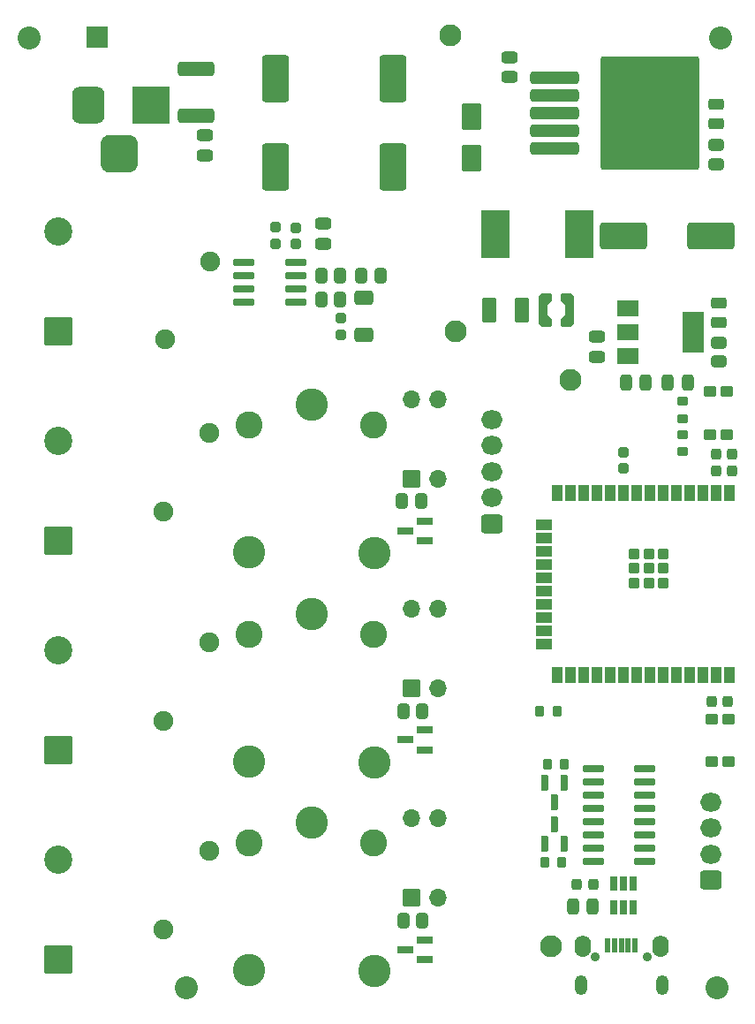
<source format=gbr>
%TF.GenerationSoftware,KiCad,Pcbnew,7.0.5*%
%TF.CreationDate,2023-07-07T20:15:01+07:00*%
%TF.ProjectId,Intership_board,496e7465-7273-4686-9970-5f626f617264,rev?*%
%TF.SameCoordinates,Original*%
%TF.FileFunction,Soldermask,Top*%
%TF.FilePolarity,Negative*%
%FSLAX46Y46*%
G04 Gerber Fmt 4.6, Leading zero omitted, Abs format (unit mm)*
G04 Created by KiCad (PCBNEW 7.0.5) date 2023-07-07 20:15:01*
%MOMM*%
%LPD*%
G01*
G04 APERTURE LIST*
G04 Aperture macros list*
%AMRoundRect*
0 Rectangle with rounded corners*
0 $1 Rounding radius*
0 $2 $3 $4 $5 $6 $7 $8 $9 X,Y pos of 4 corners*
0 Add a 4 corners polygon primitive as box body*
4,1,4,$2,$3,$4,$5,$6,$7,$8,$9,$2,$3,0*
0 Add four circle primitives for the rounded corners*
1,1,$1+$1,$2,$3*
1,1,$1+$1,$4,$5*
1,1,$1+$1,$6,$7*
1,1,$1+$1,$8,$9*
0 Add four rect primitives between the rounded corners*
20,1,$1+$1,$2,$3,$4,$5,0*
20,1,$1+$1,$4,$5,$6,$7,0*
20,1,$1+$1,$6,$7,$8,$9,0*
20,1,$1+$1,$8,$9,$2,$3,0*%
%AMFreePoly0*
4,1,23,0.795921,1.560921,0.810800,1.525000,0.810800,0.825000,0.795921,0.789079,0.792420,0.785890,0.430800,0.486126,0.430800,-0.486126,0.792420,-0.785890,0.810579,-0.820270,0.810800,-0.825000,0.810800,-1.525000,0.795921,-1.560921,0.760000,-1.575800,-0.125000,-1.575800,-0.160921,-1.560921,-0.415921,-1.305921,-0.430800,-1.270000,-0.430800,1.270000,-0.415921,1.305921,-0.160921,1.560921,
-0.125000,1.575800,0.760000,1.575800,0.795921,1.560921,0.795921,1.560921,$1*%
G04 Aperture macros list end*
%ADD10RoundRect,0.250800X0.200000X0.275000X-0.200000X0.275000X-0.200000X-0.275000X0.200000X-0.275000X0*%
%ADD11C,2.201600*%
%ADD12RoundRect,0.050800X-0.500000X0.450000X-0.500000X-0.450000X0.500000X-0.450000X0.500000X0.450000X0*%
%ADD13C,3.101600*%
%ADD14C,2.601600*%
%ADD15C,1.901600*%
%ADD16RoundRect,0.200800X-0.825000X-0.150000X0.825000X-0.150000X0.825000X0.150000X-0.825000X0.150000X0*%
%ADD17RoundRect,0.300800X-0.475000X0.250000X-0.475000X-0.250000X0.475000X-0.250000X0.475000X0.250000X0*%
%ADD18RoundRect,0.050800X0.800000X-0.800000X0.800000X0.800000X-0.800000X0.800000X-0.800000X-0.800000X0*%
%ADD19O,1.701600X1.701600*%
%ADD20RoundRect,0.300800X0.725000X-0.600000X0.725000X0.600000X-0.725000X0.600000X-0.725000X-0.600000X0*%
%ADD21O,2.051600X1.801600*%
%ADD22RoundRect,0.050800X1.300000X-1.300000X1.300000X1.300000X-1.300000X1.300000X-1.300000X-1.300000X0*%
%ADD23C,2.701600*%
%ADD24RoundRect,0.275800X-0.225000X-0.250000X0.225000X-0.250000X0.225000X0.250000X-0.225000X0.250000X0*%
%ADD25RoundRect,0.050800X-1.750000X-1.750000X1.750000X-1.750000X1.750000X1.750000X-1.750000X1.750000X0*%
%ADD26RoundRect,0.800800X-0.750000X-1.000000X0.750000X-1.000000X0.750000X1.000000X-0.750000X1.000000X0*%
%ADD27RoundRect,0.925800X-0.875000X-0.875000X0.875000X-0.875000X0.875000X0.875000X-0.875000X0.875000X0*%
%ADD28RoundRect,0.300800X-0.262500X-0.450000X0.262500X-0.450000X0.262500X0.450000X-0.262500X0.450000X0*%
%ADD29RoundRect,0.275800X-0.250000X0.225000X-0.250000X-0.225000X0.250000X-0.225000X0.250000X0.225000X0*%
%ADD30RoundRect,0.300800X0.262500X0.450000X-0.262500X0.450000X-0.262500X-0.450000X0.262500X-0.450000X0*%
%ADD31RoundRect,0.050800X-0.450000X0.750000X-0.450000X-0.750000X0.450000X-0.750000X0.450000X0.750000X0*%
%ADD32RoundRect,0.050800X-0.750000X0.450000X-0.750000X-0.450000X0.750000X-0.450000X0.750000X0.450000X0*%
%ADD33RoundRect,0.050800X-0.450000X0.450000X-0.450000X-0.450000X0.450000X-0.450000X0.450000X0.450000X0*%
%ADD34RoundRect,0.200800X0.587500X0.150000X-0.587500X0.150000X-0.587500X-0.150000X0.587500X-0.150000X0*%
%ADD35RoundRect,0.300800X0.600000X-0.400000X0.600000X0.400000X-0.600000X0.400000X-0.600000X-0.400000X0*%
%ADD36RoundRect,0.300800X0.412500X0.925000X-0.412500X0.925000X-0.412500X-0.925000X0.412500X-0.925000X0*%
%ADD37RoundRect,0.300800X0.450000X-0.262500X0.450000X0.262500X-0.450000X0.262500X-0.450000X-0.262500X0*%
%ADD38RoundRect,0.300800X-2.050000X-0.300000X2.050000X-0.300000X2.050000X0.300000X-2.050000X0.300000X0*%
%ADD39RoundRect,0.300802X-4.449998X-5.149998X4.449998X-5.149998X4.449998X5.149998X-4.449998X5.149998X0*%
%ADD40FreePoly0,180.000000*%
%ADD41FreePoly0,0.000000*%
%ADD42RoundRect,0.300800X-1.450000X0.400000X-1.450000X-0.400000X1.450000X-0.400000X1.450000X0.400000X0*%
%ADD43RoundRect,0.300800X-0.250000X-0.475000X0.250000X-0.475000X0.250000X0.475000X-0.250000X0.475000X0*%
%ADD44RoundRect,0.300800X0.475000X-0.250000X0.475000X0.250000X-0.475000X0.250000X-0.475000X-0.250000X0*%
%ADD45RoundRect,0.294550X-0.456250X0.243750X-0.456250X-0.243750X0.456250X-0.243750X0.456250X0.243750X0*%
%ADD46C,2.101600*%
%ADD47RoundRect,0.250800X-0.200000X-0.275000X0.200000X-0.275000X0.200000X0.275000X-0.200000X0.275000X0*%
%ADD48O,0.901600X0.901600*%
%ADD49RoundRect,0.050800X-0.225000X-0.650000X0.225000X-0.650000X0.225000X0.650000X-0.225000X0.650000X0*%
%ADD50O,1.251600X1.901600*%
%ADD51O,1.551600X2.101600*%
%ADD52RoundRect,0.300800X0.250000X0.475000X-0.250000X0.475000X-0.250000X-0.475000X0.250000X-0.475000X0*%
%ADD53RoundRect,0.200800X0.150000X-0.587500X0.150000X0.587500X-0.150000X0.587500X-0.150000X-0.587500X0*%
%ADD54RoundRect,0.050800X0.500000X-0.450000X0.500000X0.450000X-0.500000X0.450000X-0.500000X-0.450000X0*%
%ADD55RoundRect,0.050800X-1.000000X-0.750000X1.000000X-0.750000X1.000000X0.750000X-1.000000X0.750000X0*%
%ADD56RoundRect,0.050800X-1.000000X-1.900000X1.000000X-1.900000X1.000000X1.900000X-1.000000X1.900000X0*%
%ADD57RoundRect,0.300800X-0.650000X1.000000X-0.650000X-1.000000X0.650000X-1.000000X0.650000X1.000000X0*%
%ADD58RoundRect,0.200800X-0.150000X0.512500X-0.150000X-0.512500X0.150000X-0.512500X0.150000X0.512500X0*%
%ADD59RoundRect,0.050800X-1.300000X-2.250000X1.300000X-2.250000X1.300000X2.250000X-1.300000X2.250000X0*%
%ADD60RoundRect,0.200800X0.825000X0.150000X-0.825000X0.150000X-0.825000X-0.150000X0.825000X-0.150000X0*%
%ADD61RoundRect,0.250800X-0.275000X0.200000X-0.275000X-0.200000X0.275000X-0.200000X0.275000X0.200000X0*%
%ADD62RoundRect,0.200800X-0.150000X0.587500X-0.150000X-0.587500X0.150000X-0.587500X0.150000X0.587500X0*%
%ADD63RoundRect,0.250800X0.275000X-0.200000X0.275000X0.200000X-0.275000X0.200000X-0.275000X-0.200000X0*%
%ADD64RoundRect,0.050800X-1.000000X-1.000000X1.000000X-1.000000X1.000000X1.000000X-1.000000X1.000000X0*%
%ADD65RoundRect,0.300800X-1.000000X1.950000X-1.000000X-1.950000X1.000000X-1.950000X1.000000X1.950000X0*%
%ADD66RoundRect,0.300800X-1.950000X-1.000000X1.950000X-1.000000X1.950000X1.000000X-1.950000X1.000000X0*%
G04 APERTURE END LIST*
D10*
%TO.C,R5*%
X81573800Y-118379368D03*
X79923800Y-118379368D03*
%TD*%
D11*
%TO.C,H4*%
X46027000Y-144907000D03*
%TD*%
%TO.C,H3*%
X96901000Y-144907000D03*
%TD*%
D12*
%TO.C,EN*%
X97843000Y-87736368D03*
X97843000Y-91836368D03*
X96243000Y-87736368D03*
X96243000Y-91836368D03*
%TD*%
D13*
%TO.C,K3*%
X58046000Y-129056368D03*
D14*
X51996000Y-131006368D03*
D13*
X51996000Y-143206368D03*
X64046000Y-143256368D03*
D14*
X63996000Y-131006368D03*
%TD*%
D15*
%TO.C,RV2*%
X43786000Y-119275368D03*
X48186000Y-111775368D03*
%TD*%
D16*
%TO.C,ACS712*%
X51553000Y-75326368D03*
X51553000Y-76596368D03*
X51553000Y-77866368D03*
X51553000Y-79136368D03*
X56503000Y-79136368D03*
X56503000Y-77866368D03*
X56503000Y-76596368D03*
X56503000Y-75326368D03*
%TD*%
D17*
%TO.C,C2*%
X47805000Y-63187368D03*
X47805000Y-65087368D03*
%TD*%
D18*
%TO.C,U6*%
X67612000Y-96144368D03*
D19*
X70152000Y-96144368D03*
X70152000Y-88524368D03*
X67612000Y-88524368D03*
%TD*%
D20*
%TO.C,J2*%
X96319000Y-134582368D03*
D21*
X96319000Y-132082368D03*
X96319000Y-129582368D03*
X96319000Y-127082368D03*
%TD*%
D22*
%TO.C,J7*%
X33708000Y-142128368D03*
D23*
X33708000Y-132608368D03*
%TD*%
D13*
%TO.C,K2*%
X58046000Y-109063368D03*
D14*
X51996000Y-111013368D03*
D13*
X51996000Y-123213368D03*
X64046000Y-123263368D03*
D14*
X63996000Y-111013368D03*
%TD*%
D13*
%TO.C,K1*%
X58046000Y-88997368D03*
D14*
X51996000Y-90947368D03*
D13*
X51996000Y-103147368D03*
X64046000Y-103197368D03*
D14*
X63996000Y-90947368D03*
%TD*%
D24*
%TO.C,C10*%
X96814000Y-93728368D03*
X98364000Y-93728368D03*
%TD*%
D20*
%TO.C,J3*%
X75318000Y-100392368D03*
D21*
X75318000Y-97892368D03*
X75318000Y-95392368D03*
X75318000Y-92892368D03*
X75318000Y-90392368D03*
%TD*%
D17*
%TO.C,C17*%
X59184200Y-71658568D03*
X59184200Y-73558568D03*
%TD*%
D15*
%TO.C,RV3*%
X43786000Y-139274368D03*
X48186000Y-131774368D03*
%TD*%
D25*
%TO.C,12V*%
X42629000Y-60258868D03*
D26*
X36629000Y-60258868D03*
D27*
X39629000Y-64958868D03*
%TD*%
D28*
%TO.C,R15*%
X66831500Y-118379368D03*
X68656500Y-118379368D03*
%TD*%
D29*
%TO.C,C20*%
X60835200Y-80723568D03*
X60835200Y-82273568D03*
%TD*%
D30*
%TO.C,R19*%
X64616000Y-76596368D03*
X62791000Y-76596368D03*
%TD*%
D31*
%TO.C,ESP32*%
X98097000Y-97437368D03*
X96827000Y-97437368D03*
X95557000Y-97437368D03*
X94287000Y-97437368D03*
X93017000Y-97437368D03*
X91747000Y-97437368D03*
X90477000Y-97437368D03*
X89207000Y-97437368D03*
X87937000Y-97437368D03*
X86667000Y-97437368D03*
X85397000Y-97437368D03*
X84127000Y-97437368D03*
X82857000Y-97437368D03*
X81587000Y-97437368D03*
D32*
X80337000Y-100472368D03*
X80337000Y-101742368D03*
X80337000Y-103012368D03*
X80337000Y-104282368D03*
X80337000Y-105552368D03*
X80337000Y-106822368D03*
X80337000Y-108092368D03*
X80337000Y-109362368D03*
X80337000Y-110632368D03*
X80337000Y-111902368D03*
D31*
X81587000Y-114937368D03*
X82857000Y-114937368D03*
X84127000Y-114937368D03*
X85397000Y-114937368D03*
X86667000Y-114937368D03*
X87937000Y-114937368D03*
X89207000Y-114937368D03*
X90477000Y-114937368D03*
X91747000Y-114937368D03*
X93017000Y-114937368D03*
X94287000Y-114937368D03*
X95557000Y-114937368D03*
X96827000Y-114937368D03*
X98097000Y-114937368D03*
D33*
X91777000Y-103287368D03*
X91777000Y-104687368D03*
X91777000Y-106087368D03*
X90377000Y-103287368D03*
X90377000Y-104687368D03*
X90377000Y-106087368D03*
X88977000Y-103287368D03*
X88977000Y-104687368D03*
X88977000Y-106087368D03*
%TD*%
D24*
%TO.C,C11*%
X96814000Y-95379368D03*
X98364000Y-95379368D03*
%TD*%
D22*
%TO.C,J5*%
X33708000Y-101996368D03*
D23*
X33708000Y-92476368D03*
%TD*%
D34*
%TO.C,Q5*%
X68857000Y-142189368D03*
X68857000Y-140289368D03*
X66982000Y-141239368D03*
%TD*%
D28*
%TO.C,R13*%
X66704500Y-98186368D03*
X68529500Y-98186368D03*
%TD*%
D18*
%TO.C,U8*%
X67612000Y-136276368D03*
D19*
X70152000Y-136276368D03*
X70152000Y-128656368D03*
X67612000Y-128656368D03*
%TD*%
D35*
%TO.C,D7*%
X63045000Y-82283368D03*
X63045000Y-78783368D03*
%TD*%
D36*
%TO.C,C6*%
X78171500Y-79898368D03*
X75096500Y-79898368D03*
%TD*%
D37*
%TO.C,R1*%
X96827000Y-65951868D03*
X96827000Y-64126868D03*
%TD*%
D38*
%TO.C,LM2596*%
X81333000Y-57673368D03*
X81333000Y-59373368D03*
X81333000Y-61073368D03*
D39*
X90483000Y-61073368D03*
D38*
X81333000Y-62773368D03*
X81333000Y-64473368D03*
%TD*%
D28*
%TO.C,R18*%
X58957500Y-76596368D03*
X60782500Y-76596368D03*
%TD*%
D40*
%TO.C,L2*%
X82730000Y-79898368D03*
D41*
X80190000Y-79898368D03*
%TD*%
D34*
%TO.C,Q4*%
X68857000Y-122057368D03*
X68857000Y-120157368D03*
X66982000Y-121107368D03*
%TD*%
D11*
%TO.C,H2*%
X97282000Y-53848000D03*
%TD*%
D24*
%TO.C,C15*%
X83479000Y-135003368D03*
X85029000Y-135003368D03*
%TD*%
D42*
%TO.C,F1*%
X46916000Y-56832368D03*
X46916000Y-61282368D03*
%TD*%
D43*
%TO.C,C9*%
X92194000Y-86883368D03*
X94094000Y-86883368D03*
%TD*%
D44*
%TO.C,C4*%
X77015000Y-57607368D03*
X77015000Y-55707368D03*
%TD*%
D18*
%TO.C,U7*%
X67612000Y-116210368D03*
D19*
X70152000Y-116210368D03*
X70152000Y-108590368D03*
X67612000Y-108590368D03*
%TD*%
D11*
%TO.C,H1*%
X30988000Y-53848000D03*
%TD*%
D15*
%TO.C,RV4*%
X48354000Y-75246368D03*
X43954000Y-82746368D03*
%TD*%
D29*
%TO.C,C19*%
X54561400Y-72011368D03*
X54561400Y-73561368D03*
%TD*%
D45*
%TO.C,D3*%
X97081000Y-79214868D03*
X97081000Y-81089868D03*
%TD*%
D46*
%TO.C,12V*%
X71300000Y-53609368D03*
%TD*%
D10*
%TO.C,R10*%
X82031000Y-132844368D03*
X80381000Y-132844368D03*
%TD*%
D22*
%TO.C,220V/AC*%
X33708000Y-81930368D03*
D23*
X33708000Y-72410368D03*
%TD*%
D46*
%TO.C,3.3V*%
X82857000Y-86629368D03*
%TD*%
D15*
%TO.C,RV1*%
X43786000Y-99209368D03*
X48186000Y-91709368D03*
%TD*%
D47*
%TO.C,R11*%
X80635000Y-123446368D03*
X82285000Y-123446368D03*
%TD*%
D48*
%TO.C,5V*%
X85245000Y-141905368D03*
X90245000Y-141905368D03*
D49*
X86445000Y-140805368D03*
X87095000Y-140805368D03*
X87745000Y-140805368D03*
X88395000Y-140805368D03*
X89045000Y-140805368D03*
D50*
X83870000Y-144655368D03*
D51*
X84020000Y-140855368D03*
X91470000Y-140855368D03*
D50*
X91620000Y-144655368D03*
%TD*%
D29*
%TO.C,C18*%
X56496000Y-72025368D03*
X56496000Y-73575368D03*
%TD*%
D52*
%TO.C,C8*%
X90080800Y-86883368D03*
X88180800Y-86883368D03*
%TD*%
D28*
%TO.C,R17*%
X66831500Y-138445368D03*
X68656500Y-138445368D03*
%TD*%
D53*
%TO.C,Q1*%
X80383000Y-131066368D03*
X82283000Y-131066368D03*
X81333000Y-129191368D03*
%TD*%
D37*
%TO.C,R2*%
X97081000Y-84874868D03*
X97081000Y-83049868D03*
%TD*%
D54*
%TO.C,BOOT*%
X96370000Y-123192368D03*
X96370000Y-119092368D03*
X97970000Y-123192368D03*
X97970000Y-119092368D03*
%TD*%
D24*
%TO.C,C13*%
X96382200Y-117439568D03*
X97932200Y-117439568D03*
%TD*%
D55*
%TO.C,LM1117*%
X88318000Y-79771368D03*
X88318000Y-82071368D03*
D56*
X94618000Y-82071368D03*
D55*
X88318000Y-84371368D03*
%TD*%
D57*
%TO.C,D1*%
X73332000Y-61375368D03*
X73332000Y-65375368D03*
%TD*%
D58*
%TO.C,USBLC6*%
X88887000Y-134894868D03*
X87937000Y-134894868D03*
X86987000Y-134894868D03*
X86987000Y-137169868D03*
X87937000Y-137169868D03*
X88887000Y-137169868D03*
%TD*%
D59*
%TO.C,L1*%
X75682000Y-72659368D03*
X83682000Y-72659368D03*
%TD*%
D30*
%TO.C,R20*%
X60782500Y-78882368D03*
X58957500Y-78882368D03*
%TD*%
D44*
%TO.C,C7*%
X85397000Y-84404368D03*
X85397000Y-82504368D03*
%TD*%
D60*
%TO.C,CH340C*%
X89969000Y-132792368D03*
X89969000Y-131522368D03*
X89969000Y-130252368D03*
X89969000Y-128982368D03*
X89969000Y-127712368D03*
X89969000Y-126442368D03*
X89969000Y-125172368D03*
X89969000Y-123902368D03*
X85019000Y-123902368D03*
X85019000Y-125172368D03*
X85019000Y-126442368D03*
X85019000Y-127712368D03*
X85019000Y-128982368D03*
X85019000Y-130252368D03*
X85019000Y-131522368D03*
X85019000Y-132792368D03*
%TD*%
D45*
%TO.C,D2*%
X96827000Y-60164868D03*
X96827000Y-62039868D03*
%TD*%
D61*
%TO.C,R3*%
X93626600Y-91836368D03*
X93626600Y-93486368D03*
%TD*%
D62*
%TO.C,Q2*%
X82283000Y-125254368D03*
X80383000Y-125254368D03*
X81333000Y-127129368D03*
%TD*%
D63*
%TO.C,R4*%
X93626600Y-90324568D03*
X93626600Y-88674568D03*
%TD*%
D64*
%TO.C,GND*%
X37460000Y-53770000D03*
%TD*%
D65*
%TO.C,C3*%
X65839000Y-57778368D03*
X65839000Y-66178368D03*
%TD*%
D46*
%TO.C,5V*%
X80952000Y-140858368D03*
%TD*%
D66*
%TO.C,C5*%
X87928000Y-72786368D03*
X96328000Y-72786368D03*
%TD*%
D34*
%TO.C,Q3*%
X68857000Y-102057368D03*
X68857000Y-100157368D03*
X66982000Y-101107368D03*
%TD*%
D46*
%TO.C,5V*%
X71808000Y-81930368D03*
%TD*%
D22*
%TO.C,J6*%
X33708000Y-122062368D03*
D23*
X33708000Y-112542368D03*
%TD*%
D43*
%TO.C,C14*%
X83100800Y-137099168D03*
X85000800Y-137099168D03*
%TD*%
D29*
%TO.C,C21*%
X87962400Y-93525168D03*
X87962400Y-95075168D03*
%TD*%
D65*
%TO.C,C1*%
X54536000Y-57778368D03*
X54536000Y-66178368D03*
%TD*%
M02*

</source>
